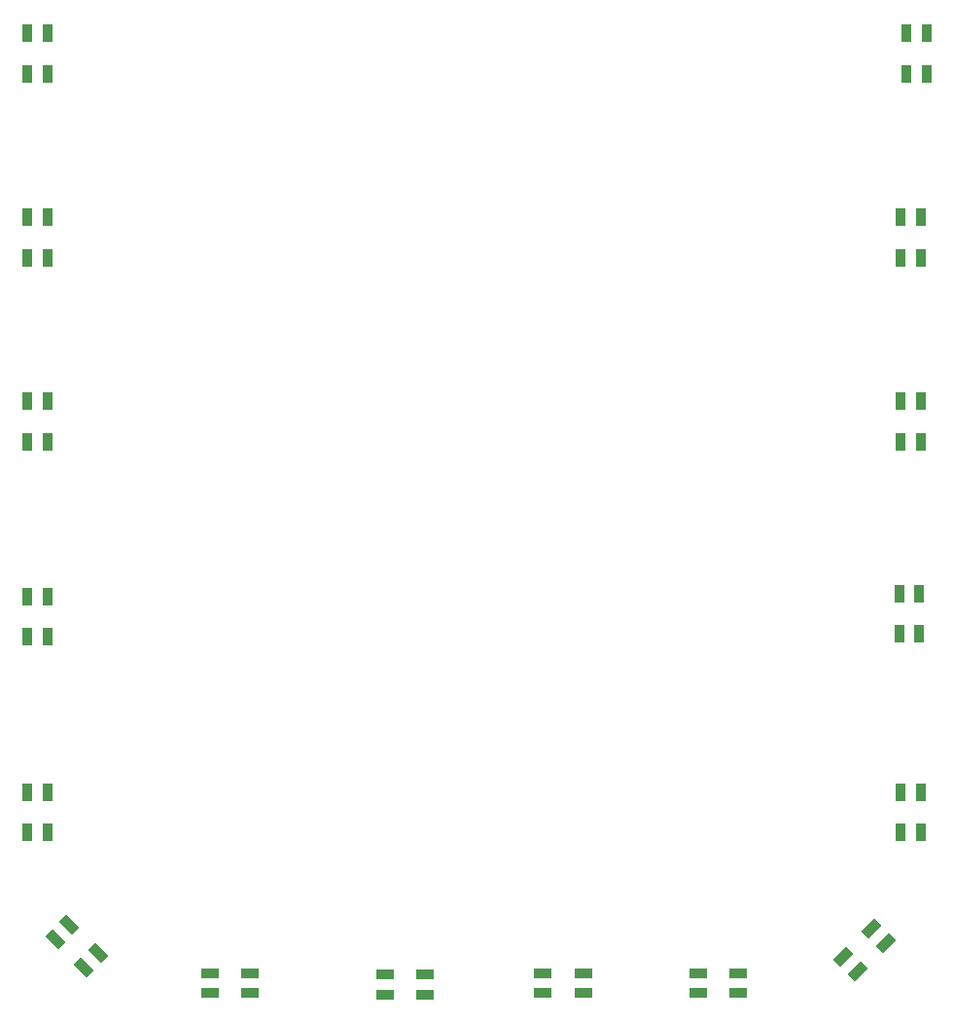
<source format=gbr>
%TF.GenerationSoftware,KiCad,Pcbnew,9.0.5*%
%TF.CreationDate,2025-12-01T20:36:29-06:00*%
%TF.ProjectId,KPad,4b506164-2e6b-4696-9361-645f70636258,rev?*%
%TF.SameCoordinates,Original*%
%TF.FileFunction,Paste,Bot*%
%TF.FilePolarity,Positive*%
%FSLAX46Y46*%
G04 Gerber Fmt 4.6, Leading zero omitted, Abs format (unit mm)*
G04 Created by KiCad (PCBNEW 9.0.5) date 2025-12-01 20:36:29*
%MOMM*%
%LPD*%
G01*
G04 APERTURE LIST*
G04 Aperture macros list*
%AMRotRect*
0 Rectangle, with rotation*
0 The origin of the aperture is its center*
0 $1 length*
0 $2 width*
0 $3 Rotation angle, in degrees counterclockwise*
0 Add horizontal line*
21,1,$1,$2,0,0,$3*%
G04 Aperture macros list end*
%ADD10R,1.600000X0.850000*%
%ADD11R,0.850000X1.600000*%
%ADD12RotRect,1.600000X0.850000X135.000000*%
%ADD13RotRect,1.600000X0.850000X225.000000*%
G04 APERTURE END LIST*
D10*
%TO.C,D9*%
X109500000Y-112000000D03*
X109500000Y-113750000D03*
X106000000Y-113750000D03*
X106000000Y-112000000D03*
%TD*%
D11*
%TO.C,D4*%
X62875000Y-82750000D03*
X61125000Y-82750000D03*
X61125000Y-79250000D03*
X62875000Y-79250000D03*
%TD*%
%TO.C,D15*%
X137125000Y-46250000D03*
X138875000Y-46250000D03*
X138875000Y-49750000D03*
X137125000Y-49750000D03*
%TD*%
D10*
%TO.C,D7*%
X80500000Y-112000000D03*
X80500000Y-113750000D03*
X77000000Y-113750000D03*
X77000000Y-112000000D03*
%TD*%
D11*
%TO.C,D12*%
X137125000Y-96250000D03*
X138875000Y-96250000D03*
X138875000Y-99750000D03*
X137125000Y-99750000D03*
%TD*%
%TO.C,D2*%
X62875000Y-49750000D03*
X61125000Y-49750000D03*
X61125000Y-46250000D03*
X62875000Y-46250000D03*
%TD*%
%TO.C,D14*%
X137125000Y-62250000D03*
X138875000Y-62250000D03*
X138875000Y-65750000D03*
X137125000Y-65750000D03*
%TD*%
%TO.C,D3*%
X62875000Y-65750000D03*
X61125000Y-65750000D03*
X61125000Y-62250000D03*
X62875000Y-62250000D03*
%TD*%
%TO.C,D13*%
X137000000Y-79000000D03*
X138750000Y-79000000D03*
X138750000Y-82500000D03*
X137000000Y-82500000D03*
%TD*%
D10*
%TO.C,D8*%
X95750000Y-112125000D03*
X95750000Y-113875000D03*
X92250000Y-113875000D03*
X92250000Y-112125000D03*
%TD*%
D12*
%TO.C,D6*%
X67237437Y-110262563D03*
X66000000Y-111500000D03*
X63525127Y-109025127D03*
X64762564Y-107787690D03*
%TD*%
D13*
%TO.C,D11*%
X134618718Y-108143845D03*
X135856155Y-109381282D03*
X133381282Y-111856155D03*
X132143845Y-110618718D03*
%TD*%
D10*
%TO.C,D10*%
X123000000Y-112000000D03*
X123000000Y-113750000D03*
X119500000Y-113750000D03*
X119500000Y-112000000D03*
%TD*%
D11*
%TO.C,D1*%
X62875000Y-33750000D03*
X61125000Y-33750000D03*
X61125000Y-30250000D03*
X62875000Y-30250000D03*
%TD*%
%TO.C,D5*%
X62875000Y-99750000D03*
X61125000Y-99750000D03*
X61125000Y-96250000D03*
X62875000Y-96250000D03*
%TD*%
%TO.C,D16*%
X137625000Y-30250000D03*
X139375000Y-30250000D03*
X139375000Y-33750000D03*
X137625000Y-33750000D03*
%TD*%
M02*

</source>
